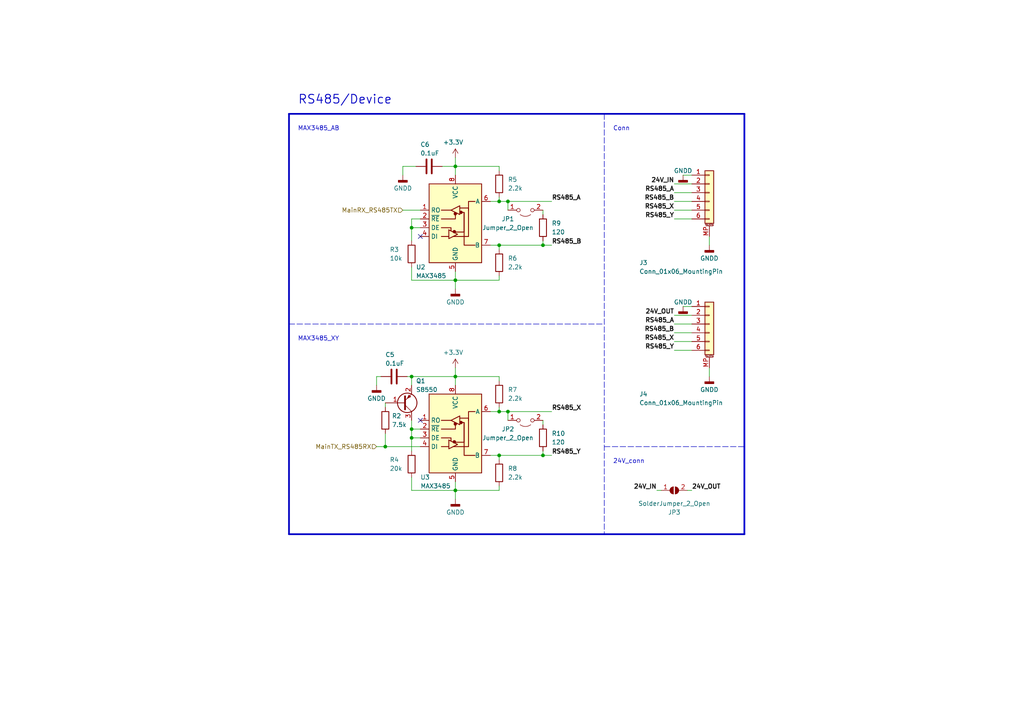
<source format=kicad_sch>
(kicad_sch (version 20230121) (generator eeschema)
  (paper "A4")
  (lib_symbols
    (symbol "Connector_Generic_MountingPin:Conn_01x06_MountingPin" (pin_names (offset 1.016) hide)
      (property "Reference" "J" (at 0 7.62 0))
      (property "Value" "Conn_01x06_MountingPin" (at 1.27 -10.16 0))
      (symbol "Conn_01x06_MountingPin_1_1"
        (rectangle (start -1.27 -7.493) (end 0 -7.747) (stroke (width 0.1524)))
        (rectangle (start -1.27 -4.953) (end 0 -5.207) (stroke (width 0.1524)))
        (rectangle (start -1.27 -2.413) (end 0 -2.667) (stroke (width 0.1524)))
        (rectangle (start -1.27 0.127) (end 0 -0.127) (stroke (width 0.1524)))
        (rectangle (start -1.27 2.667) (end 0 2.413) (stroke (width 0.1524)))
        (rectangle (start -1.27 5.207) (end 0 4.953) (stroke (width 0.1524)))
        (rectangle (start -1.27 6.35) (end 1.27 -8.89) (stroke (width 0.254)) (fill (type background)))
        (polyline (pts (xy -1.016 -9.652) (xy 1.016 -9.652)) (stroke (width 0.1524)))
        (text "Mounting" (at 0 -9.271 0) (effects (font (size 0.381 0.381))))
        (pin passive line (at -5.08 5.08 0) (length 3.81) (name "Pin_1") (number "1"))
        (pin passive line (at -5.08 2.54 0) (length 3.81) (name "Pin_2") (number "2"))
        (pin passive line (at -5.08 0 0) (length 3.81) (name "Pin_3") (number "3"))
        (pin passive line (at -5.08 -2.54 0) (length 3.81) (name "Pin_4") (number "4"))
        (pin passive line (at -5.08 -5.08 0) (length 3.81) (name "Pin_5") (number "5"))
        (pin passive line (at -5.08 -7.62 0) (length 3.81) (name "Pin_6") (number "6"))
        (pin passive line (at 0 -12.7 90) (length 3.048) (name "MountPin") (number "MP"))
      )
    )
    (symbol "Device:C" (pin_numbers hide) (pin_names (offset 0.254))
      (property "Reference" "C" (at 0.635 2.54 0))
      (property "Value" "C" (at 0.635 -2.54 0))
      (symbol "C_0_1"
        (polyline (pts (xy -2.032 -0.762) (xy 2.032 -0.762)) (stroke (width 0.508)))
        (polyline (pts (xy -2.032 0.762) (xy 2.032 0.762)) (stroke (width 0.508)))
      )
      (symbol "C_1_1"
        (pin passive line (at 0 3.81 270) (length 2.794) (name "~") (number "1"))
        (pin passive line (at 0 -3.81 90) (length 2.794) (name "~") (number "2"))
      )
    )
    (symbol "Device:Q_PNP_BEC" (pin_names (offset 0) hide)
      (property "Reference" "Q" (at 5.08 1.27 0))
      (property "Value" "Q_PNP_BEC" (at 5.08 -1.27 0))
      (symbol "Q_PNP_BEC_0_1"
        (polyline (pts (xy 0.635 0.635) (xy 2.54 2.54)))
        (polyline (pts (xy 0.635 -0.635) (xy 2.54 -2.54) (xy 2.54 -2.54)))
        (polyline (pts (xy 0.635 1.905) (xy 0.635 -1.905) (xy 0.635 -1.905)) (stroke (width 0.508)))
        (polyline (pts (xy 2.286 -1.778) (xy 1.778 -2.286) (xy 1.27 -1.27) (xy 2.286 -1.778) (xy 2.286 -1.778)) (fill (type outline)))
        (circle (center 1.27 0) (radius 2.8194) (stroke (width 0.254)))
      )
      (symbol "Q_PNP_BEC_1_1"
        (pin input line (at -5.08 0 0) (length 5.715) (name "B") (number "1"))
        (pin passive line (at 2.54 -5.08 90) (length 2.54) (name "E") (number "2"))
        (pin passive line (at 2.54 5.08 270) (length 2.54) (name "C") (number "3"))
      )
    )
    (symbol "Device:R" (pin_numbers hide) (pin_names (offset 0))
      (property "Reference" "R" (at 2.032 0 90))
      (property "Value" "R" (at 0 0 90))
      (symbol "R_0_1"
        (rectangle (start -1.016 -2.54) (end 1.016 2.54) (stroke (width 0.254)))
      )
      (symbol "R_1_1"
        (pin passive line (at 0 3.81 270) (length 1.27) (name "~") (number "1"))
        (pin passive line (at 0 -3.81 90) (length 1.27) (name "~") (number "2"))
      )
    )
    (symbol "Jumper:Jumper_2_Open" (pin_names (offset 0) hide)
      (property "Reference" "JP" (at 0 2.794 0))
      (property "Value" "Jumper_2_Open" (at 0 -2.286 0))
      (symbol "Jumper_2_Open_0_0"
        (circle (center -2.032 0) (radius 0.508))
        (circle (center 2.032 0) (radius 0.508))
      )
      (symbol "Jumper_2_Open_0_1"
        (arc (start 1.524 1.27) (mid 0 1.778) (end -1.524 1.27))
      )
      (symbol "Jumper_2_Open_1_1"
        (pin passive line (at -5.08 0 0) (length 2.54) (name "A") (number "1"))
        (pin passive line (at 5.08 0 180) (length 2.54) (name "B") (number "2"))
      )
    )
    (symbol "Jumper:SolderJumper_2_Open" (pin_names (offset 0) hide)
      (property "Reference" "JP" (at 0 2.032 0))
      (property "Value" "SolderJumper_2_Open" (at 0 -2.54 0))
      (symbol "SolderJumper_2_Open_0_1"
        (arc (start -0.254 1.016) (mid -1.2656 0) (end -0.254 -1.016))
        (arc (start -0.254 1.016) (mid -1.2656 0) (end -0.254 -1.016) (fill (type outline)))
        (polyline (pts (xy -0.254 1.016) (xy -0.254 -1.016)))
        (polyline (pts (xy 0.254 1.016) (xy 0.254 -1.016)))
        (arc (start 0.254 -1.016) (mid 1.2656 0) (end 0.254 1.016))
        (arc (start 0.254 -1.016) (mid 1.2656 0) (end 0.254 1.016) (fill (type outline)))
      )
      (symbol "SolderJumper_2_Open_1_1"
        (pin passive line (at -3.81 0 0) (length 2.54) (name "A") (number "1"))
        (pin passive line (at 3.81 0 180) (length 2.54) (name "B") (number "2"))
      )
    )
    (symbol "MAX3485_1"
      (property "Reference" "U?" (at 2.0194 15.24 0))
      (property "Value" "MAX3485" (at 2.0194 12.7 0))
      (symbol "MAX3485_1_0_1"
        (rectangle (start -7.62 10.16) (end 7.62 -12.7) (stroke (width 0.254)) (fill (type background)))
        (circle (center -0.3048 -3.683) (radius 0.3556) (stroke (width 0.254)) (fill (type outline)))
        (circle (center -0.0254 1.4986) (radius 0.3556) (stroke (width 0.254)) (fill (type outline)))
        (polyline (pts (xy -4.064 -5.08) (xy -1.905 -5.08)) (stroke (width 0.254)))
        (polyline (pts (xy -4.064 2.54) (xy -1.27 2.54)) (stroke (width 0.254)))
        (polyline (pts (xy -1.27 -3.2004) (xy -1.27 -3.4544)) (stroke (width 0.254)))
        (polyline (pts (xy -0.635 -5.08) (xy 3.81 -5.08)) (stroke (width 0.254)))
        (polyline (pts (xy -4.064 -2.54) (xy -1.27 -2.54) (xy -1.27 -3.175)) (stroke (width 0.254)))
        (polyline (pts (xy 0 1.27) (xy 0 0) (xy -4.064 0)) (stroke (width 0.254)))
        (polyline (pts (xy 1.27 3.175) (xy 3.81 3.175) (xy 3.81 -5.08)) (stroke (width 0.254)))
        (polyline (pts (xy 2.54 1.905) (xy 2.54 -3.81) (xy 0 -3.81)) (stroke (width 0.254)))
        (polyline (pts (xy -1.905 -3.175) (xy -1.905 -5.715) (xy 0.635 -4.445) (xy -1.905 -3.175)) (stroke (width 0.254)))
        (polyline (pts (xy -1.27 2.54) (xy 1.27 3.81) (xy 1.27 1.27) (xy -1.27 2.54)) (stroke (width 0.254)))
        (polyline (pts (xy 3.81 3.175) (xy 3.81 2.54) (xy 3.81 5.08) (xy 5.715 5.08)) (stroke (width 0.254)))
        (polyline (pts (xy 1.905 1.905) (xy 2.54 1.905) (xy 2.54 -3.81) (xy 2.54 -6.985) (xy 2.54 -7.62) (xy 5.08 -7.62) (xy 5.715 -7.62)) (stroke (width 0.254)))
        (rectangle (start 1.27 3.175) (end 1.27 3.175))
        (circle (center 1.651 1.905) (radius 0.3556) (stroke (width 0.254)) (fill (type outline)))
      )
      (symbol "MAX3485_1_1_1"
        (pin output line (at -10.16 2.54 0) (length 2.54) (name "RO") (number "1"))
        (pin input line (at -10.16 0 0) (length 2.54) (name "~{RE}") (number "2"))
        (pin input line (at -10.16 -2.54 0) (length 2.54) (name "DE") (number "3"))
        (pin input line (at -10.16 -5.08 0) (length 2.54) (name "DI") (number "4"))
        (pin power_in line (at 0 -15.24 90) (length 2.54) (name "GND") (number "5"))
        (pin bidirectional line (at 10.16 5.08 180) (length 2.54) (name "A") (number "6"))
        (pin bidirectional line (at 10.16 -7.62 180) (length 2.54) (name "B") (number "7"))
        (pin power_in line (at 0 12.7 270) (length 2.54) (name "VCC") (number "8"))
      )
    )
    (symbol "power:+3.3V" (power) (pin_names (offset 0))
      (property "Value" "+3.3V" (at 0 3.556 0))
      (symbol "+3.3V_0_1"
        (polyline (pts (xy -0.762 1.27) (xy 0 2.54)))
        (polyline (pts (xy 0 0) (xy 0 2.54)))
        (polyline (pts (xy 0 2.54) (xy 0.762 1.27)))
      )
      (symbol "+3.3V_1_1"
        (pin power_in line (at 0 0 90) (length 0) hide (name "+3.3V") (number "1"))
      )
    )
    (symbol "power:GNDD" (power) (pin_names (offset 0))
      (property "Value" "GNDD" (at 0 -3.175 0))
      (symbol "GNDD_0_1"
        (rectangle (start -1.27 -1.524) (end 1.27 -2.032) (stroke (width 0.254)) (fill (type outline)))
        (polyline (pts (xy 0 0) (xy 0 -1.524)))
      )
      (symbol "GNDD_1_1"
        (pin power_in line (at 0 0 270) (length 0) hide (name "GNDD") (number "1"))
      )
    )
  )
  (junction (at 157.48 71.12))
  (junction (at 132.08 48.26))
  (junction (at 147.32 119.38))
  (junction (at 119.38 124.46))
  (junction (at 157.48 132.08))
  (junction (at 147.32 58.42))
  (junction (at 119.38 127))
  (junction (at 119.38 109.22))
  (junction (at 144.78 58.42))
  (junction (at 132.08 109.22))
  (junction (at 132.08 142.24))
  (junction (at 132.08 81.28))
  (junction (at 144.78 71.12))
  (junction (at 144.78 132.08))
  (junction (at 119.38 66.04))
  (junction (at 144.78 119.38))
  (junction (at 111.76 129.54))
  (no_connect (at 121.92 121.92))
  (no_connect (at 121.92 68.58))
  (wire (pts (xy 144.78 132.08) (xy 157.48 132.08)))
  (wire (pts (xy 116.84 48.26) (xy 120.65 48.26)))
  (wire (pts (xy 119.38 127) (xy 119.38 130.81)))
  (wire (pts (xy 142.24 119.38) (xy 144.78 119.38)))
  (wire (pts (xy 119.38 63.5) (xy 121.92 63.5)))
  (wire (pts (xy 132.08 78.74) (xy 132.08 81.28)))
  (wire (pts (xy 119.38 81.28) (xy 132.08 81.28)))
  (wire (pts (xy 132.08 81.28) (xy 144.78 81.28)))
  (wire (pts (xy 109.22 109.22) (xy 110.49 109.22)))
  (wire (pts (xy 142.24 58.42) (xy 144.78 58.42)))
  (wire (pts (xy 109.22 111.76) (xy 109.22 109.22)))
  (wire (pts (xy 157.48 71.12) (xy 160.02 71.12)))
  (wire (pts (xy 119.38 77.47) (xy 119.38 81.28)))
  (wire (pts (xy 132.08 81.28) (xy 132.08 83.82)))
  (wire (pts (xy 200.66 50.8) (xy 198.12 50.8)))
  (wire (pts (xy 119.38 138.43) (xy 119.38 142.24)))
  (wire (pts (xy 119.38 121.92) (xy 119.38 124.46)))
  (wire (pts (xy 147.32 119.38) (xy 147.32 121.92)))
  (wire (pts (xy 144.78 71.12) (xy 144.78 72.39)))
  (wire (pts (xy 157.48 132.08) (xy 160.02 132.08)))
  (wire (pts (xy 200.66 58.42) (xy 195.58 58.42)))
  (wire (pts (xy 111.76 125.73) (xy 111.76 129.54)))
  (wire (pts (xy 200.66 96.52) (xy 195.58 96.52)))
  (wire (pts (xy 132.08 48.26) (xy 144.78 48.26)))
  (wire (pts (xy 200.66 101.6) (xy 195.58 101.6)))
  (wire (pts (xy 144.78 57.15) (xy 144.78 58.42)))
  (wire (pts (xy 200.66 88.9) (xy 198.12 88.9)))
  (wire (pts (xy 144.78 140.97) (xy 144.78 142.24)))
  (wire (pts (xy 119.38 66.04) (xy 119.38 69.85)))
  (wire (pts (xy 132.08 142.24) (xy 144.78 142.24)))
  (wire (pts (xy 147.32 119.38) (xy 160.02 119.38)))
  (wire (pts (xy 144.78 119.38) (xy 147.32 119.38)))
  (wire (pts (xy 132.08 139.7) (xy 132.08 142.24)))
  (wire (pts (xy 200.66 99.06) (xy 195.58 99.06)))
  (wire (pts (xy 142.24 132.08) (xy 144.78 132.08)))
  (wire (pts (xy 195.58 91.44) (xy 200.66 91.44)))
  (wire (pts (xy 132.08 48.26) (xy 132.08 45.72)))
  (wire (pts (xy 144.78 80.01) (xy 144.78 81.28)))
  (wire (pts (xy 144.78 58.42) (xy 147.32 58.42)))
  (wire (pts (xy 119.38 109.22) (xy 132.08 109.22)))
  (wire (pts (xy 119.38 142.24) (xy 132.08 142.24)))
  (wire (pts (xy 190.5 142.24) (xy 191.77 142.24)))
  (wire (pts (xy 144.78 109.22) (xy 144.78 110.49)))
  (wire (pts (xy 119.38 66.04) (xy 121.92 66.04)))
  (wire (pts (xy 111.76 116.84) (xy 111.76 118.11)))
  (wire (pts (xy 147.32 58.42) (xy 147.32 60.96)))
  (wire (pts (xy 128.27 48.26) (xy 132.08 48.26)))
  (wire (pts (xy 119.38 111.76) (xy 119.38 109.22)))
  (polyline (pts (xy 215.9 154.94) (xy 215.9 33.02)) (stroke (width 0.5) (type solid)))
  (wire (pts (xy 157.48 60.96) (xy 157.48 62.23)))
  (wire (pts (xy 199.39 142.24) (xy 200.66 142.24)))
  (wire (pts (xy 132.08 109.22) (xy 132.08 106.68)))
  (wire (pts (xy 195.58 53.34) (xy 200.66 53.34)))
  (polyline (pts (xy 83.82 93.98) (xy 175.26 93.98)) (stroke (width 0) (type dash)))
  (wire (pts (xy 132.08 109.22) (xy 144.78 109.22)))
  (wire (pts (xy 119.38 124.46) (xy 121.92 124.46)))
  (wire (pts (xy 200.66 60.96) (xy 195.58 60.96)))
  (wire (pts (xy 119.38 127) (xy 121.92 127)))
  (wire (pts (xy 119.38 124.46) (xy 119.38 127)))
  (wire (pts (xy 147.32 58.42) (xy 160.02 58.42)))
  (wire (pts (xy 157.48 121.92) (xy 157.48 123.19)))
  (wire (pts (xy 144.78 48.26) (xy 144.78 49.53)))
  (wire (pts (xy 144.78 132.08) (xy 144.78 133.35)))
  (wire (pts (xy 144.78 118.11) (xy 144.78 119.38)))
  (wire (pts (xy 116.84 60.96) (xy 121.92 60.96)))
  (wire (pts (xy 200.66 63.5) (xy 195.58 63.5)))
  (polyline (pts (xy 175.26 129.54) (xy 215.9 129.54)) (stroke (width 0) (type dash)))
  (wire (pts (xy 205.74 68.58) (xy 205.74 71.12)))
  (wire (pts (xy 205.74 106.68) (xy 205.74 109.22)))
  (wire (pts (xy 200.66 55.88) (xy 195.58 55.88)))
  (wire (pts (xy 132.08 142.24) (xy 132.08 144.78)))
  (wire (pts (xy 157.48 130.81) (xy 157.48 132.08)))
  (wire (pts (xy 109.22 129.54) (xy 111.76 129.54)))
  (polyline (pts (xy 215.9 33.02) (xy 83.82 33.02)) (stroke (width 0.5) (type solid)))
  (wire (pts (xy 144.78 71.12) (xy 157.48 71.12)))
  (wire (pts (xy 157.48 69.85) (xy 157.48 71.12)))
  (polyline (pts (xy 83.82 33.02) (xy 83.82 154.94)) (stroke (width 0.5) (type solid)))
  (wire (pts (xy 111.76 129.54) (xy 121.92 129.54)))
  (wire (pts (xy 118.11 109.22) (xy 119.38 109.22)))
  (wire (pts (xy 119.38 63.5) (xy 119.38 66.04)))
  (polyline (pts (xy 83.82 154.94) (xy 215.9 154.94)) (stroke (width 0.5) (type solid)))
  (wire (pts (xy 132.08 109.22) (xy 132.08 111.76)))
  (wire (pts (xy 132.08 48.26) (xy 132.08 50.8)))
  (wire (pts (xy 116.84 50.8) (xy 116.84 48.26)))
  (wire (pts (xy 142.24 71.12) (xy 144.78 71.12)))
  (wire (pts (xy 200.66 93.98) (xy 195.58 93.98)))
  (rectangle (start 175.26 33.02) (end 175.26 154.94) (stroke (width 0) (type dash)))
  (text "MAX3485_XY" (at 86.36 99.06 0) (effects (font (size 1.27 1.27)) (justify left bottom)))
  (text "MAX3485_AB" (at 86.36 38.1 0) (effects (font (size 1.27 1.27)) (justify left bottom)))
  (text "24V_conn" (at 177.8 134.62 0) (effects (font (size 1.27 1.27)) (justify left bottom)))
  (text "RS485/Device" (at 86.36 30.48 0) (effects (font (size 2.54 2.54) (thickness 0.254) bold) (justify left bottom)))
  (text "Conn" (at 177.8 38.1 0) (effects (font (size 1.27 1.27)) (justify left bottom)))
  (label "24V_OUT" (at 195.58 91.44 180) (effects (font (thickness 0.254) bold)))
  (label "RS485_B" (at 195.58 96.52 180) (effects (font (thickness 0.254) bold)))
  (label "RS485_Y" (at 160.02 132.08 0) (effects (font (thickness 0.254) bold)))
  (label "RS485_X" (at 195.58 99.06 180) (effects (font (thickness 0.254) bold)))
  (label "24V_OUT" (at 200.66 142.24 0) (effects (font (thickness 0.254) bold)))
  (label "RS485_A" (at 195.58 55.88 180) (effects (font (thickness 0.254) bold)))
  (label "24V_IN" (at 195.58 53.34 180) (effects (font (thickness 0.254) bold)))
  (label "RS485_A" (at 160.02 58.42 0) (effects (font (thickness 0.254) bold)))
  (label "RS485_B" (at 195.58 58.42 180) (effects (font (thickness 0.254) bold)))
  (label "RS485_A" (at 195.58 93.98 180) (effects (font (thickness 0.254) bold)))
  (label "RS485_Y" (at 195.58 101.6 180) (effects (font (thickness 0.254) bold)))
  (label "RS485_Y" (at 195.58 63.5 180) (effects (font (thickness 0.254) bold)))
  (label "24V_IN" (at 190.5 142.24 180) (effects (font (thickness 0.254) bold)))
  (label "RS485_X" (at 195.58 60.96 180) (effects (font (thickness 0.254) bold)))
  (label "RS485_X" (at 160.02 119.38 0) (effects (font (thickness 0.254) bold)))
  (label "RS485_B" (at 160.02 71.12 0) (effects (font (thickness 0.254) bold)))
  (hierarchical_label "MainTX_RS485RX" (shape input) (at 109.22 129.54 180))
  (hierarchical_label "MainRX_RS485TX" (shape input) (at 116.84 60.96 180))
  (symbol (lib_id "Connector_Generic_MountingPin:Conn_01x06_MountingPin") (at 205.74 55.88 0) (unit 1)
    (property "Reference" "J3" (at 185.42 76.2 0) (effects (justify left)))
    (property "Value" "Conn_01x06_MountingPin" (at 185.42 78.74 0) (effects (justify left)))
    (property "Footprint" "Connector_Molex:Molex_PicoBlade_53261-0671_1x06-1MP_P1.25mm_Horizontal" (effects hide))
  )
  (symbol (lib_id "power:GNDD") (at 116.84 50.8 0) (unit 1)
    (property "Reference" "#PWR011" (effects hide))
    (property "Value" "GNDD" (at 116.84 54.61 0))
  )
  (symbol (lib_id "Device:R") (at 144.78 114.3 0) (unit 1)
    (property "Reference" "R7" (at 147.32 113.0299 0) (effects (justify left)))
    (property "Value" "2.2k" (at 147.32 115.5699 0) (effects (justify left)))
    (property "Footprint" "Resistor_SMD:R_0402_1005Metric" (effects hide))
  )
  (symbol (lib_id "Device:C") (at 114.3 109.22 270) (mirror x) (unit 1)
    (property "Reference" "C5" (at 111.76 102.87 90) (effects (justify left)))
    (property "Value" "0.1uF" (at 111.76 105.41 90) (effects (justify left)))
    (property "Footprint" "Capacitor_SMD:C_0402_1005Metric" (effects hide))
  )
  (symbol (lib_id "Jumper:SolderJumper_2_Open") (at 195.58 142.24 0) (mirror x) (unit 1)
    (property "Reference" "JP3" (at 195.58 148.59 0))
    (property "Value" "SolderJumper_2_Open" (at 195.58 146.05 0))
    (property "Footprint" "Jumper:SolderJumper-2_P1.3mm_Open_TrianglePad1.0x1.5mm" (effects hide))
  )
  (symbol (lib_id "Device:R") (at 144.78 137.16 0) (unit 1)
    (property "Reference" "R8" (at 147.32 135.8899 0) (effects (justify left)))
    (property "Value" "2.2k" (at 147.32 138.4299 0) (effects (justify left)))
    (property "Footprint" "Resistor_SMD:R_0402_1005Metric" (effects hide))
  )
  (symbol (lib_id "Device:R") (at 144.78 76.2 0) (unit 1)
    (property "Reference" "R6" (at 147.32 74.9299 0) (effects (justify left)))
    (property "Value" "2.2k" (at 147.32 77.4699 0) (effects (justify left)))
    (property "Footprint" "Resistor_SMD:R_0402_1005Metric" (effects hide))
  )
  (symbol (lib_id "Device:R") (at 157.48 66.04 0) (unit 1)
    (property "Reference" "R9" (at 160.02 64.7699 0) (effects (justify left)))
    (property "Value" "120" (at 160.02 67.3099 0) (effects (justify left)))
    (property "Footprint" "Resistor_SMD:R_0402_1005Metric" (effects hide))
  )
  (symbol (lib_id "Device:C") (at 124.46 48.26 270) (mirror x) (unit 1)
    (property "Reference" "C6" (at 121.92 41.91 90) (effects (justify left)))
    (property "Value" "0.1uF" (at 121.92 44.45 90) (effects (justify left)))
    (property "Footprint" "Capacitor_SMD:C_0402_1005Metric" (effects hide))
  )
  (symbol (lib_name "MAX3485_1") (lib_id "Interface_UART:MAX3485") (at 132.08 63.5 0) (unit 1)
    (property "Reference" "U2" (at 120.65 77.47 0) (effects (justify left)))
    (property "Value" "MAX3485" (at 120.65 80.01 0) (effects (justify left)))
    (property "Footprint" "Package_SO:SOP-8_3.9x4.9mm_P1.27mm" (effects hide))
    (property "Datasheet" "https://datasheets.maximintegrated.com/en/ds/MAX3483-MAX3491.pdf" (effects hide))
  )
  (symbol (lib_id "Device:R") (at 111.76 121.92 0) (unit 1)
    (property "Reference" "R2" (at 113.665 120.6499 0) (effects (justify left)))
    (property "Value" "7.5k" (at 113.665 123.1899 0) (effects (justify left)))
    (property "Footprint" "Resistor_SMD:R_0603_1608Metric" (effects hide))
  )
  (symbol (lib_id "power:GNDD") (at 205.74 109.22 0) (unit 1)
    (property "Reference" "#PWR019" (effects hide))
    (property "Value" "GNDD" (at 205.74 113.03 0))
  )
  (symbol (lib_id "Jumper:Jumper_2_Open") (at 152.4 121.92 0) (mirror x) (unit 1)
    (property "Reference" "JP2" (at 147.32 124.46 0))
    (property "Value" "Jumper_2_Open" (at 147.32 127 0))
    (property "Footprint" "Connector_PinHeader_2.54mm:PinHeader_1x02_P2.54mm_Vertical" (effects hide))
  )
  (symbol (lib_id "power:GNDD") (at 198.12 88.9 0) (unit 1)
    (property "Reference" "#PWR017" (effects hide))
    (property "Value" "GNDD" (at 198.12 87.63 0))
  )
  (symbol (lib_id "Device:R") (at 119.38 73.66 0) (unit 1)
    (property "Reference" "R3" (at 113.03 72.39 0) (effects (justify left)))
    (property "Value" "10k" (at 113.03 74.93 0) (effects (justify left)))
    (property "Footprint" "Resistor_SMD:R_0402_1005Metric" (effects hide))
  )
  (symbol (lib_id "Device:Q_PNP_BEC") (at 116.84 116.84 0) (mirror x) (unit 1)
    (property "Reference" "Q1" (at 120.65 110.49 0) (effects (justify left)))
    (property "Value" "S8550" (at 120.65 113.03 0) (effects (justify left)))
    (property "Footprint" "Package_TO_SOT_SMD:SOT-23" (effects hide))
  )
  (symbol (lib_id "power:GNDD") (at 109.22 111.76 0) (unit 1)
    (property "Reference" "#PWR010" (effects hide))
    (property "Value" "GNDD" (at 109.22 115.57 0))
  )
  (symbol (lib_id "Device:R") (at 157.48 127 0) (unit 1)
    (property "Reference" "R10" (at 160.02 125.7299 0) (effects (justify left)))
    (property "Value" "120" (at 160.02 128.2699 0) (effects (justify left)))
    (property "Footprint" "Resistor_SMD:R_0402_1005Metric" (effects hide))
  )
  (symbol (lib_id "Jumper:Jumper_2_Open") (at 152.4 60.96 0) (mirror x) (unit 1)
    (property "Reference" "JP1" (at 147.32 63.5 0))
    (property "Value" "Jumper_2_Open" (at 147.32 66.04 0))
    (property "Footprint" "Connector_PinHeader_2.54mm:PinHeader_1x02_P2.54mm_Vertical" (effects hide))
  )
  (symbol (lib_id "power:+3.3V") (at 132.08 45.72 0) (unit 1)
    (property "Reference" "#PWR012" (effects hide))
    (property "Value" "+3.3V" (at 131.445 41.275 0))
  )
  (symbol (lib_id "power:GNDD") (at 198.12 50.8 0) (unit 1)
    (property "Reference" "#PWR016" (effects hide))
    (property "Value" "GNDD" (at 198.12 49.53 0))
  )
  (symbol (lib_id "power:GNDD") (at 132.08 144.78 0) (unit 1)
    (property "Reference" "#PWR015" (effects hide))
    (property "Value" "GNDD" (at 132.08 148.59 0))
  )
  (symbol (lib_id "power:GNDD") (at 132.08 83.82 0) (unit 1)
    (property "Reference" "#PWR013" (effects hide))
    (property "Value" "GNDD" (at 132.08 87.63 0))
  )
  (symbol (lib_id "power:GNDD") (at 205.74 71.12 0) (unit 1)
    (property "Reference" "#PWR018" (effects hide))
    (property "Value" "GNDD" (at 205.74 74.93 0))
  )
  (symbol (lib_id "power:+3.3V") (at 132.08 106.68 0) (unit 1)
    (property "Reference" "#PWR014" (effects hide))
    (property "Value" "+3.3V" (at 131.445 102.235 0))
  )
  (symbol (lib_id "Device:R") (at 119.38 134.62 0) (unit 1)
    (property "Reference" "R4" (at 113.03 133.35 0) (effects (justify left)))
    (property "Value" "20k" (at 113.03 135.89 0) (effects (justify left)))
    (property "Footprint" "Resistor_SMD:R_0402_1005Metric" (effects hide))
  )
  (symbol (lib_name "MAX3485_1") (lib_id "Interface_UART:MAX3485") (at 132.08 124.46 0) (unit 1)
    (property "Reference" "U3" (at 121.92 138.43 0) (effects (justify left)))
    (property "Value" "MAX3485" (at 121.92 140.97 0) (effects (justify left)))
    (property "Footprint" "Package_SO:SOP-8_3.9x4.9mm_P1.27mm" (effects hide))
    (property "Datasheet" "https://datasheets.maximintegrated.com/en/ds/MAX3483-MAX3491.pdf" (effects hide))
  )
  (symbol (lib_id "Device:R") (at 144.78 53.34 0) (unit 1)
    (property "Reference" "R5" (at 147.32 52.0699 0) (effects (justify left)))
    (property "Value" "2.2k" (at 147.32 54.6099 0) (effects (justify left)))
    (property "Footprint" "Resistor_SMD:R_0402_1005Metric" (effects hide))
  )
  (symbol (lib_id "Connector_Generic_MountingPin:Conn_01x06_MountingPin") (at 205.74 93.98 0) (unit 1)
    (property "Reference" "J4" (at 185.42 114.3 0) (effects (justify left)))
    (property "Value" "Conn_01x06_MountingPin" (at 185.42 116.84 0) (effects (justify left)))
    (property "Footprint" "Connector_Molex:Molex_PicoBlade_53261-0671_1x06-1MP_P1.25mm_Horizontal" (effects hide))
  )
)
</source>
